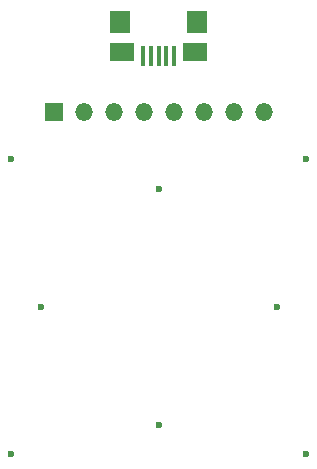
<source format=gts>
G04 #@! TF.GenerationSoftware,KiCad,Pcbnew,(5.1.10-1-10_14)*
G04 #@! TF.CreationDate,2021-08-08T19:45:07+09:00*
G04 #@! TF.ProjectId,TouchController,546f7563-6843-46f6-9e74-726f6c6c6572,V1.1*
G04 #@! TF.SameCoordinates,Original*
G04 #@! TF.FileFunction,Soldermask,Top*
G04 #@! TF.FilePolarity,Negative*
%FSLAX46Y46*%
G04 Gerber Fmt 4.6, Leading zero omitted, Abs format (unit mm)*
G04 Created by KiCad (PCBNEW (5.1.10-1-10_14)) date 2021-08-08 19:45:07*
%MOMM*%
%LPD*%
G01*
G04 APERTURE LIST*
%ADD10C,0.600000*%
%ADD11R,1.500000X1.500000*%
%ADD12O,1.500000X1.500000*%
%ADD13R,1.800000X1.900000*%
%ADD14R,2.100000X1.600000*%
%ADD15R,0.300000X1.750000*%
G04 APERTURE END LIST*
D10*
X0Y-6500000D03*
X-10000000Y-16500000D03*
X0Y-26500000D03*
X10000000Y-16500000D03*
X12500000Y-4000000D03*
X-12500000Y-4000000D03*
X-12500000Y-29000000D03*
X12500000Y-29000000D03*
D11*
X-8890000Y0D03*
D12*
X-6350000Y0D03*
X-3810000Y0D03*
X-1270000Y0D03*
X1270000Y0D03*
X3810000Y0D03*
X6350000Y0D03*
X8890000Y0D03*
D13*
X-3250000Y7600000D03*
X3250000Y7600000D03*
D14*
X-3100000Y5050000D03*
X3100000Y5050000D03*
D15*
X-1300000Y4725000D03*
X-650000Y4725000D03*
X0Y4725000D03*
X650000Y4725000D03*
X1300000Y4725000D03*
M02*

</source>
